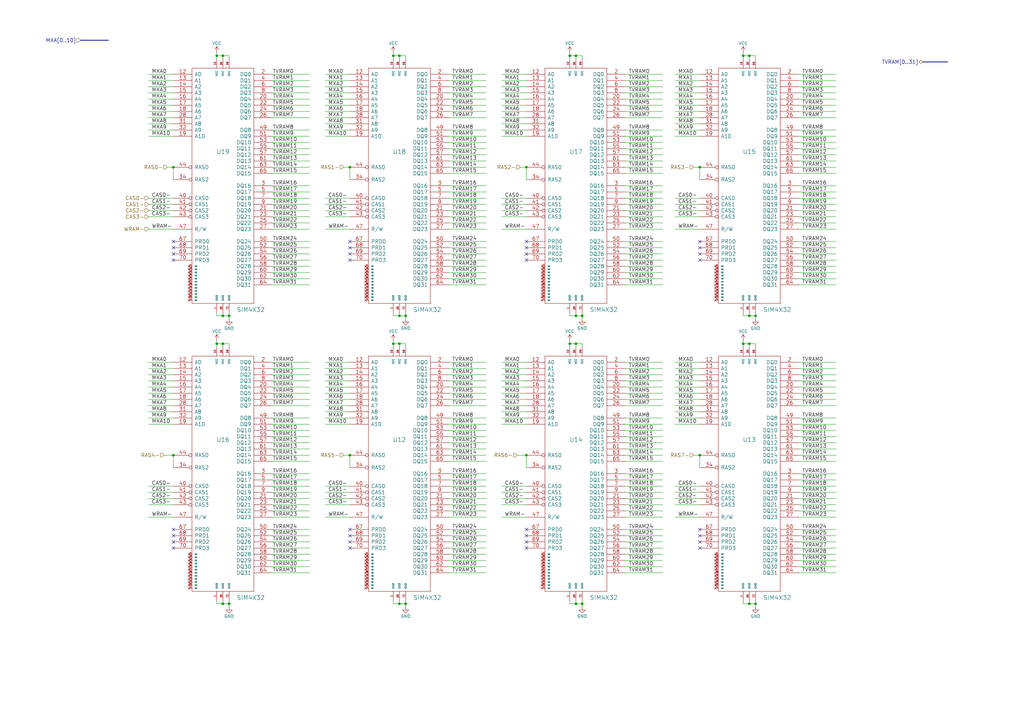
<source format=kicad_sch>
(kicad_sch (version 20230819) (generator eeschema)
  (paper "A3")
  (title_block (title "Kicad EDA") (date "Sun 22 Mar 2015") (rev "2.0B") (company "Kicad EDA") (comment 1 "Rams Video"))
  (junction (at 307.34 247.65))
  (junction (at 309.88 129.54))
  (junction (at 238.76 247.65))
  (junction (at 287.02 186.69) (diameter 0.9144))
  (junction (at 309.88 247.65))
  (junction (at 307.34 22.86))
  (junction (at 215.9 68.58) (diameter 0.9144))
  (junction (at 93.98 247.65))
  (junction (at 236.22 22.86))
  (junction (at 161.29 140.97))
  (junction (at 88.9 140.97))
  (junction (at 238.76 129.54))
  (junction (at 236.22 129.54))
  (junction (at 93.98 129.54))
  (junction (at 163.83 129.54))
  (junction (at 166.37 247.65))
  (junction (at 307.34 140.97))
  (junction (at 163.83 247.65))
  (junction (at 163.83 22.86))
  (junction (at 143.51 186.69) (diameter 0.9144))
  (junction (at 166.37 129.54))
  (junction (at 304.8 140.97))
  (junction (at 236.22 247.65))
  (junction (at 91.44 129.54))
  (junction (at 91.44 140.97))
  (junction (at 307.34 129.54))
  (junction (at 71.12 186.69) (diameter 0.9144))
  (junction (at 91.44 22.86))
  (junction (at 71.12 68.58) (diameter 0.9144))
  (junction (at 233.68 140.97))
  (junction (at 215.9 186.69) (diameter 0.9144))
  (junction (at 143.51 68.58) (diameter 0.9144))
  (junction (at 163.83 140.97))
  (junction (at 287.02 68.58) (diameter 0.9144))
  (junction (at 304.8 22.86))
  (junction (at 236.22 140.97))
  (junction (at 91.44 247.65))
  (junction (at 233.68 22.86))
  (junction (at 161.29 22.86))
  (junction (at 88.9 22.86))
  (no_connect (at 215.9 222.25))
  (no_connect (at 287.02 217.17))
  (no_connect (at 71.12 222.25))
  (no_connect (at 143.51 217.17))
  (no_connect (at 143.51 106.68))
  (no_connect (at 143.51 224.79))
  (no_connect (at 71.12 106.68))
  (no_connect (at 287.02 219.71))
  (no_connect (at 215.9 224.79))
  (no_connect (at 215.9 101.6))
  (no_connect (at 215.9 104.14))
  (no_connect (at 143.51 219.71))
  (no_connect (at 287.02 104.14))
  (no_connect (at 215.9 99.06))
  (no_connect (at 287.02 101.6))
  (no_connect (at 71.12 101.6))
  (no_connect (at 71.12 99.06))
  (no_connect (at 143.51 222.25))
  (no_connect (at 71.12 219.71))
  (no_connect (at 71.12 104.14))
  (no_connect (at 215.9 219.71))
  (no_connect (at 143.51 101.6))
  (no_connect (at 215.9 106.68))
  (no_connect (at 71.12 224.79))
  (no_connect (at 287.02 106.68))
  (no_connect (at 287.02 99.06))
  (no_connect (at 143.51 99.06))
  (no_connect (at 287.02 222.25))
  (no_connect (at 215.9 217.17))
  (no_connect (at 143.51 104.14))
  (no_connect (at 287.02 224.79))
  (no_connect (at 71.12 217.17))
  (wire (pts (xy 309.88 140.97) (xy 307.34 140.97)))
  (wire (pts (xy 71.12 81.28) (xy 60.96 81.28)))
  (wire (pts (xy 238.76 22.86) (xy 236.22 22.86)))
  (wire (pts (xy 93.98 24.13) (xy 93.98 22.86)))
  (wire (pts (xy 111.76 83.82) (xy 127 83.82)))
  (wire (pts (xy 256.54 109.22) (xy 271.78 109.22)))
  (wire (pts (xy 327.66 222.25) (xy 342.9 222.25)))
  (wire (pts (xy 184.15 99.06) (xy 199.39 99.06)))
  (wire (pts (xy 184.15 176.53) (xy 199.39 176.53)))
  (wire (pts (xy 327.66 60.96) (xy 342.9 60.96)))
  (wire (pts (xy 184.15 229.87) (xy 199.39 229.87)))
  (wire (pts (xy 88.9 22.86) (xy 88.9 24.13)))
  (wire (pts (xy 327.66 217.17) (xy 342.9 217.17)))
  (wire (pts (xy 256.54 93.98) (xy 271.78 93.98)))
  (wire (pts (xy 327.66 99.06) (xy 342.9 99.06)))
  (wire (pts (xy 111.76 153.67) (xy 127 153.67)))
  (wire (pts (xy 111.76 229.87) (xy 127 229.87)))
  (wire (pts (xy 233.68 140.97) (xy 233.68 142.24)))
  (wire (pts (xy 327.66 38.1) (xy 342.9 38.1)))
  (wire (pts (xy 111.76 186.69) (xy 127 186.69)))
  (wire (pts (xy 71.12 48.26) (xy 60.96 48.26)))
  (wire (pts (xy 71.12 83.82) (xy 60.96 83.82)))
  (wire (pts (xy 215.9 33.02) (xy 205.74 33.02)))
  (wire (pts (xy 327.66 158.75) (xy 342.9 158.75)))
  (wire (pts (xy 184.15 33.02) (xy 199.39 33.02)))
  (wire (pts (xy 111.76 43.18) (xy 127 43.18)))
  (wire (pts (xy 215.9 53.34) (xy 205.74 53.34)))
  (wire (pts (xy 71.12 38.1) (xy 60.96 38.1)))
  (wire (pts (xy 71.12 212.09) (xy 60.96 212.09)))
  (wire (pts (xy 184.15 156.21) (xy 199.39 156.21)))
  (wire (pts (xy 184.15 76.2) (xy 199.39 76.2)))
  (wire (pts (xy 256.54 196.85) (xy 271.78 196.85)))
  (wire (pts (xy 71.12 163.83) (xy 60.96 163.83)))
  (wire (pts (xy 111.76 111.76) (xy 127 111.76)))
  (wire (pts (xy 166.37 130.81) (xy 166.37 129.54)))
  (wire (pts (xy 71.12 50.8) (xy 60.96 50.8)))
  (wire (pts (xy 71.12 171.45) (xy 60.96 171.45)))
  (wire (pts (xy 143.51 161.29) (xy 133.35 161.29)))
  (wire (pts (xy 111.76 53.34) (xy 127 53.34)))
  (wire (pts (xy 256.54 171.45) (xy 271.78 171.45)))
  (wire (pts (xy 161.29 22.86) (xy 161.29 24.13)))
  (wire (pts (xy 111.76 161.29) (xy 127 161.29)))
  (wire (pts (xy 111.76 171.45) (xy 127 171.45)))
  (wire (pts (xy 184.15 48.26) (xy 199.39 48.26)))
  (wire (pts (xy 256.54 227.33) (xy 271.78 227.33)))
  (wire (pts (xy 143.51 45.72) (xy 133.35 45.72)))
  (wire (pts (xy 184.15 40.64) (xy 199.39 40.64)))
  (wire (pts (xy 215.9 30.48) (xy 205.74 30.48)))
  (wire (pts (xy 184.15 101.6) (xy 199.39 101.6)))
  (wire (pts (xy 143.51 166.37) (xy 133.35 166.37)))
  (wire (pts (xy 143.51 212.09) (xy 133.35 212.09)))
  (wire (pts (xy 212.09 186.69) (xy 215.9 186.69)))
  (wire (pts (xy 287.02 163.83) (xy 276.86 163.83)))
  (wire (pts (xy 161.29 246.38) (xy 161.29 247.65)))
  (wire (pts (xy 256.54 55.88) (xy 271.78 55.88)))
  (wire (pts (xy 184.15 45.72) (xy 199.39 45.72)))
  (wire (pts (xy 215.9 166.37) (xy 205.74 166.37)))
  (wire (pts (xy 238.76 130.81) (xy 238.76 129.54)))
  (wire (pts (xy 215.9 81.28) (xy 205.74 81.28)))
  (wire (pts (xy 327.66 151.13) (xy 342.9 151.13)))
  (wire (pts (xy 71.12 33.02) (xy 60.96 33.02)))
  (wire (pts (xy 111.76 48.26) (xy 127 48.26)))
  (wire (pts (xy 68.58 68.58) (xy 71.12 68.58)))
  (wire (pts (xy 140.97 186.69) (xy 143.51 186.69)))
  (wire (pts (xy 327.66 207.01) (xy 342.9 207.01)))
  (wire (pts (xy 111.76 158.75) (xy 127 158.75)))
  (wire (pts (xy 184.15 201.93) (xy 199.39 201.93)))
  (wire (pts (xy 256.54 63.5) (xy 271.78 63.5)))
  (wire (pts (xy 215.9 88.9) (xy 205.74 88.9)))
  (wire (pts (xy 184.15 38.1) (xy 199.39 38.1)))
  (wire (pts (xy 71.12 166.37) (xy 60.96 166.37)))
  (wire (pts (xy 256.54 161.29) (xy 271.78 161.29)))
  (wire (pts (xy 184.15 88.9) (xy 199.39 88.9)))
  (wire (pts (xy 184.15 163.83) (xy 199.39 163.83)))
  (wire (pts (xy 111.76 88.9) (xy 127 88.9)))
  (bus (pts (xy 33.02 16.51) (xy 44.45 16.51)))
  (wire (pts (xy 161.29 247.65) (xy 163.83 247.65)))
  (wire (pts (xy 327.66 171.45) (xy 342.9 171.45)))
  (wire (pts (xy 327.66 93.98) (xy 342.9 93.98)))
  (wire (pts (xy 327.66 88.9) (xy 342.9 88.9)))
  (wire (pts (xy 184.15 212.09) (xy 199.39 212.09)))
  (wire (pts (xy 184.15 224.79) (xy 199.39 224.79)))
  (wire (pts (xy 111.76 204.47) (xy 127 204.47)))
  (wire (pts (xy 91.44 247.65) (xy 91.44 246.38)))
  (wire (pts (xy 163.83 140.97) (xy 163.83 142.24)))
  (wire (pts (xy 215.9 83.82) (xy 205.74 83.82)))
  (wire (pts (xy 93.98 248.92) (xy 93.98 247.65)))
  (wire (pts (xy 327.66 163.83) (xy 342.9 163.83)))
  (wire (pts (xy 256.54 176.53) (xy 271.78 176.53)))
  (wire (pts (xy 238.76 140.97) (xy 236.22 140.97)))
  (wire (pts (xy 184.15 234.95) (xy 199.39 234.95)))
  (wire (pts (xy 307.34 140.97) (xy 304.8 140.97)))
  (wire (pts (xy 163.83 247.65) (xy 163.83 246.38)))
  (wire (pts (xy 327.66 40.64) (xy 342.9 40.64)))
  (wire (pts (xy 256.54 58.42) (xy 271.78 58.42)))
  (wire (pts (xy 184.15 60.96) (xy 199.39 60.96)))
  (wire (pts (xy 184.15 58.42) (xy 199.39 58.42)))
  (wire (pts (xy 143.51 35.56) (xy 133.35 35.56)))
  (wire (pts (xy 307.34 129.54) (xy 309.88 129.54)))
  (wire (pts (xy 111.76 194.31) (xy 127 194.31)))
  (wire (pts (xy 111.76 199.39) (xy 127 199.39)))
  (wire (pts (xy 184.15 114.3) (xy 199.39 114.3)))
  (wire (pts (xy 256.54 35.56) (xy 271.78 35.56)))
  (wire (pts (xy 327.66 229.87) (xy 342.9 229.87)))
  (wire (pts (xy 256.54 53.34) (xy 271.78 53.34)))
  (wire (pts (xy 327.66 153.67) (xy 342.9 153.67)))
  (wire (pts (xy 327.66 212.09) (xy 342.9 212.09)))
  (wire (pts (xy 91.44 22.86) (xy 88.9 22.86)))
  (wire (pts (xy 71.12 86.36) (xy 60.96 86.36)))
  (wire (pts (xy 304.8 21.59) (xy 304.8 22.86)))
  (wire (pts (xy 256.54 234.95) (xy 271.78 234.95)))
  (wire (pts (xy 309.88 142.24) (xy 309.88 140.97)))
  (wire (pts (xy 327.66 43.18) (xy 342.9 43.18)))
  (wire (pts (xy 93.98 142.24) (xy 93.98 140.97)))
  (wire (pts (xy 327.66 204.47) (xy 342.9 204.47)))
  (wire (pts (xy 91.44 140.97) (xy 91.44 142.24)))
  (wire (pts (xy 215.9 50.8) (xy 205.74 50.8)))
  (wire (pts (xy 233.68 246.38) (xy 233.68 247.65)))
  (wire (pts (xy 256.54 166.37) (xy 271.78 166.37)))
  (wire (pts (xy 233.68 139.7) (xy 233.68 140.97)))
  (wire (pts (xy 111.76 93.98) (xy 127 93.98)))
  (wire (pts (xy 143.51 201.93) (xy 133.35 201.93)))
  (wire (pts (xy 236.22 129.54) (xy 236.22 128.27)))
  (wire (pts (xy 111.76 104.14) (xy 127 104.14)))
  (wire (pts (xy 287.02 199.39) (xy 276.86 199.39)))
  (wire (pts (xy 236.22 129.54) (xy 238.76 129.54)))
  (wire (pts (xy 143.51 158.75) (xy 133.35 158.75)))
  (wire (pts (xy 287.02 168.91) (xy 276.86 168.91)))
  (wire (pts (xy 287.02 212.09) (xy 276.86 212.09)))
  (wire (pts (xy 143.51 68.58) (xy 143.51 73.66)))
  (wire (pts (xy 184.15 63.5) (xy 199.39 63.5)))
  (wire (pts (xy 143.51 156.21) (xy 133.35 156.21)))
  (wire (pts (xy 111.76 224.79) (xy 127 224.79)))
  (wire (pts (xy 111.76 201.93) (xy 127 201.93)))
  (wire (pts (xy 111.76 81.28) (xy 127 81.28)))
  (wire (pts (xy 287.02 43.18) (xy 276.86 43.18)))
  (wire (pts (xy 287.02 68.58) (xy 287.02 73.66)))
  (wire (pts (xy 143.51 151.13) (xy 133.35 151.13)))
  (wire (pts (xy 163.83 22.86) (xy 163.83 24.13)))
  (wire (pts (xy 238.76 142.24) (xy 238.76 140.97)))
  (wire (pts (xy 256.54 156.21) (xy 271.78 156.21)))
  (wire (pts (xy 143.51 48.26) (xy 133.35 48.26)))
  (wire (pts (xy 184.15 199.39) (xy 199.39 199.39)))
  (wire (pts (xy 256.54 163.83) (xy 271.78 163.83)))
  (wire (pts (xy 111.76 38.1) (xy 127 38.1)))
  (wire (pts (xy 184.15 93.98) (xy 199.39 93.98)))
  (wire (pts (xy 184.15 81.28) (xy 199.39 81.28)))
  (wire (pts (xy 111.76 109.22) (xy 127 109.22)))
  (wire (pts (xy 256.54 81.28) (xy 271.78 81.28)))
  (wire (pts (xy 256.54 184.15) (xy 271.78 184.15)))
  (wire (pts (xy 327.66 111.76) (xy 342.9 111.76)))
  (wire (pts (xy 111.76 68.58) (xy 127 68.58)))
  (wire (pts (xy 88.9 246.38) (xy 88.9 247.65)))
  (wire (pts (xy 215.9 153.67) (xy 205.74 153.67)))
  (wire (pts (xy 88.9 139.7) (xy 88.9 140.97)))
  (wire (pts (xy 143.51 81.28) (xy 133.35 81.28)))
  (wire (pts (xy 71.12 151.13) (xy 60.96 151.13)))
  (wire (pts (xy 111.76 232.41) (xy 127 232.41)))
  (wire (pts (xy 93.98 130.81) (xy 93.98 129.54)))
  (wire (pts (xy 236.22 140.97) (xy 236.22 142.24)))
  (wire (pts (xy 161.29 129.54) (xy 163.83 129.54)))
  (wire (pts (xy 184.15 171.45) (xy 199.39 171.45)))
  (wire (pts (xy 184.15 166.37) (xy 199.39 166.37)))
  (wire (pts (xy 71.12 43.18) (xy 60.96 43.18)))
  (wire (pts (xy 71.12 93.98) (xy 60.96 93.98)))
  (wire (pts (xy 71.12 199.39) (xy 60.96 199.39)))
  (wire (pts (xy 309.88 130.81) (xy 309.88 129.54)))
  (wire (pts (xy 215.9 86.36) (xy 205.74 86.36)))
  (wire (pts (xy 143.51 55.88) (xy 133.35 55.88)))
  (wire (pts (xy 327.66 234.95) (xy 342.9 234.95)))
  (wire (pts (xy 215.9 171.45) (xy 205.74 171.45)))
  (wire (pts (xy 256.54 219.71) (xy 271.78 219.71)))
  (wire (pts (xy 161.29 139.7) (xy 161.29 140.97)))
  (wire (pts (xy 256.54 173.99) (xy 271.78 173.99)))
  (wire (pts (xy 184.15 35.56) (xy 199.39 35.56)))
  (wire (pts (xy 143.51 40.64) (xy 133.35 40.64)))
  (wire (pts (xy 143.51 168.91) (xy 133.35 168.91)))
  (wire (pts (xy 88.9 128.27) (xy 88.9 129.54)))
  (wire (pts (xy 184.15 219.71) (xy 199.39 219.71)))
  (wire (pts (xy 309.88 247.65) (xy 309.88 246.38)))
  (wire (pts (xy 236.22 247.65) (xy 238.76 247.65)))
  (wire (pts (xy 284.48 68.58) (xy 287.02 68.58)))
  (wire (pts (xy 236.22 22.86) (xy 236.22 24.13)))
  (wire (pts (xy 307.34 129.54) (xy 307.34 128.27)))
  (wire (pts (xy 71.12 53.34) (xy 60.96 53.34)))
  (wire (pts (xy 163.83 247.65) (xy 166.37 247.65)))
  (wire (pts (xy 71.12 156.21) (xy 60.96 156.21)))
  (wire (pts (xy 166.37 248.92) (xy 166.37 247.65)))
  (wire (pts (xy 111.76 156.21) (xy 127 156.21)))
  (wire (pts (xy 287.02 45.72) (xy 276.86 45.72)))
  (wire (pts (xy 236.22 247.65) (xy 236.22 246.38)))
  (wire (pts (xy 256.54 116.84) (xy 271.78 116.84)))
  (wire (pts (xy 111.76 151.13) (xy 127 151.13)))
  (wire (pts (xy 256.54 83.82) (xy 271.78 83.82)))
  (wire (pts (xy 215.9 173.99) (xy 205.74 173.99)))
  (wire (pts (xy 304.8 139.7) (xy 304.8 140.97)))
  (wire (pts (xy 111.76 179.07) (xy 127 179.07)))
  (wire (pts (xy 71.12 30.48) (xy 60.96 30.48)))
  (wire (pts (xy 143.51 38.1) (xy 133.35 38.1)))
  (wire (pts (xy 215.9 35.56) (xy 205.74 35.56)))
  (wire (pts (xy 327.66 66.04) (xy 342.9 66.04)))
  (wire (pts (xy 184.15 68.58) (xy 199.39 68.58)))
  (wire (pts (xy 184.15 151.13) (xy 199.39 151.13)))
  (wire (pts (xy 111.76 78.74) (xy 127 78.74)))
  (wire (pts (xy 111.76 71.12) (xy 127 71.12)))
  (wire (pts (xy 111.76 116.84) (xy 127 116.84)))
  (wire (pts (xy 233.68 247.65) (xy 236.22 247.65)))
  (bus (pts (xy 378.46 25.4) (xy 388.62 25.4)))
  (wire (pts (xy 111.76 222.25) (xy 127 222.25)))
  (wire (pts (xy 161.29 21.59) (xy 161.29 22.86)))
  (wire (pts (xy 71.12 168.91) (xy 60.96 168.91)))
  (wire (pts (xy 111.76 234.95) (xy 127 234.95)))
  (wire (pts (xy 93.98 247.65) (xy 93.98 246.38)))
  (wire (pts (xy 111.76 63.5) (xy 127 63.5)))
  (wire (pts (xy 307.34 140.97) (xy 307.34 142.24)))
  (wire (pts (xy 287.02 158.75) (xy 276.86 158.75)))
  (wire (pts (xy 213.36 68.58) (xy 215.9 68.58)))
  (wire (pts (xy 91.44 129.54) (xy 91.44 128.27)))
  (wire (pts (xy 161.29 140.97) (xy 161.29 142.24)))
  (wire (pts (xy 91.44 22.86) (xy 91.44 24.13)))
  (wire (pts (xy 287.02 186.69) (xy 287.02 191.77)))
  (wire (pts (xy 71.12 55.88) (xy 60.96 55.88)))
  (wire (pts (xy 256.54 76.2) (xy 271.78 76.2)))
  (wire (pts (xy 304.8 128.27) (xy 304.8 129.54)))
  (wire (pts (xy 307.34 247.65) (xy 307.34 246.38)))
  (wire (pts (xy 184.15 86.36) (xy 199.39 86.36)))
  (wire (pts (xy 233.68 129.54) (xy 236.22 129.54)))
  (wire (pts (xy 184.15 189.23) (xy 199.39 189.23)))
  (wire (pts (xy 215.9 201.93) (xy 205.74 201.93)))
  (wire (pts (xy 111.76 60.96) (xy 127 60.96)))
  (wire (pts (xy 256.54 179.07) (xy 271.78 179.07)))
  (wire (pts (xy 184.15 179.07) (xy 199.39 179.07)))
  (wire (pts (xy 327.66 227.33) (xy 342.9 227.33)))
  (wire (pts (xy 215.9 151.13) (xy 205.74 151.13)))
  (wire (pts (xy 256.54 151.13) (xy 271.78 151.13)))
  (wire (pts (xy 184.15 181.61) (xy 199.39 181.61)))
  (wire (pts (xy 287.02 151.13) (xy 276.86 151.13)))
  (wire (pts (xy 256.54 91.44) (xy 271.78 91.44)))
  (wire (pts (xy 184.15 194.31) (xy 199.39 194.31)))
  (wire (pts (xy 184.15 53.34) (xy 199.39 53.34)))
  (wire (pts (xy 93.98 140.97) (xy 91.44 140.97)))
  (wire (pts (xy 215.9 207.01) (xy 205.74 207.01)))
  (wire (pts (xy 111.76 91.44) (xy 127 91.44)))
  (wire (pts (xy 143.51 93.98) (xy 133.35 93.98)))
  (wire (pts (xy 327.66 189.23) (xy 342.9 189.23)))
  (wire (pts (xy 327.66 109.22) (xy 342.9 109.22)))
  (wire (pts (xy 143.51 204.47) (xy 133.35 204.47)))
  (wire (pts (xy 304.8 22.86) (xy 304.8 24.13)))
  (wire (pts (xy 111.76 207.01) (xy 127 207.01)))
  (wire (pts (xy 184.15 186.69) (xy 199.39 186.69)))
  (wire (pts (xy 256.54 99.06) (xy 271.78 99.06)))
  (wire (pts (xy 111.76 196.85) (xy 127 196.85)))
  (wire (pts (xy 256.54 199.39) (xy 271.78 199.39)))
  (wire (pts (xy 215.9 158.75) (xy 205.74 158.75)))
  (wire (pts (xy 71.12 40.64) (xy 60.96 40.64)))
  (wire (pts (xy 215.9 68.58) (xy 215.9 73.66)))
  (wire (pts (xy 256.54 158.75) (xy 271.78 158.75)))
  (wire (pts (xy 71.12 88.9) (xy 60.96 88.9)))
  (wire (pts (xy 256.54 232.41) (xy 271.78 232.41)))
  (wire (pts (xy 166.37 24.13) (xy 166.37 22.86)))
  (wire (pts (xy 256.54 101.6) (xy 271.78 101.6)))
  (wire (pts (xy 111.76 189.23) (xy 127 189.23)))
  (wire (pts (xy 143.51 30.48) (xy 133.35 30.48)))
  (wire (pts (xy 184.15 153.67) (xy 199.39 153.67)))
  (wire (pts (xy 284.48 186.69) (xy 287.02 186.69)))
  (wire (pts (xy 327.66 176.53) (xy 342.9 176.53)))
  (wire (pts (xy 143.51 50.8) (xy 133.35 50.8)))
  (wire (pts (xy 256.54 68.58) (xy 271.78 68.58)))
  (wire (pts (xy 256.54 88.9) (xy 271.78 88.9)))
  (wire (pts (xy 327.66 194.31) (xy 342.9 194.31)))
  (wire (pts (xy 256.54 71.12) (xy 271.78 71.12)))
  (wire (pts (xy 309.88 22.86) (xy 307.34 22.86)))
  (wire (pts (xy 256.54 222.25) (xy 271.78 222.25)))
  (wire (pts (xy 184.15 78.74) (xy 199.39 78.74)))
  (wire (pts (xy 166.37 140.97) (xy 163.83 140.97)))
  (wire (pts (xy 287.02 201.93) (xy 276.86 201.93)))
  (wire (pts (xy 256.54 43.18) (xy 271.78 43.18)))
  (wire (pts (xy 184.15 111.76) (xy 199.39 111.76)))
  (wire (pts (xy 256.54 153.67) (xy 271.78 153.67)))
  (wire (pts (xy 327.66 186.69) (xy 342.9 186.69)))
  (wire (pts (xy 327.66 179.07) (xy 342.9 179.07)))
  (wire (pts (xy 215.9 43.18) (xy 205.74 43.18)))
  (wire (pts (xy 88.9 21.59) (xy 88.9 22.86)))
  (wire (pts (xy 91.44 129.54) (xy 93.98 129.54)))
  (wire (pts (xy 215.9 40.64) (xy 205.74 40.64)))
  (wire (pts (xy 111.76 212.09) (xy 127 212.09)))
  (wire (pts (xy 111.76 76.2) (xy 127 76.2)))
  (wire (pts (xy 304.8 129.54) (xy 307.34 129.54)))
  (wire (pts (xy 256.54 66.04) (xy 271.78 66.04)))
  (wire (pts (xy 327.66 201.93) (xy 342.9 201.93)))
  (wire (pts (xy 71.12 201.93) (xy 60.96 201.93)))
  (wire (pts (xy 184.15 43.18) (xy 199.39 43.18)))
  (wire (pts (xy 163.83 129.54) (xy 166.37 129.54)))
  (wire (pts (xy 238.76 24.13) (xy 238.76 22.86)))
  (wire (pts (xy 71.12 148.59) (xy 60.96 148.59)))
  (wire (pts (xy 327.66 83.82) (xy 342.9 83.82)))
  (wire (pts (xy 256.54 48.26) (xy 271.78 48.26)))
  (wire (pts (xy 327.66 156.21) (xy 342.9 156.21)))
  (wire (pts (xy 215.9 45.72) (xy 205.74 45.72)))
  (wire (pts (xy 71.12 35.56) (xy 60.96 35.56)))
  (wire (pts (xy 71.12 207.01) (xy 60.96 207.01)))
  (wire (pts (xy 184.15 109.22) (xy 199.39 109.22)))
  (wire (pts (xy 143.51 88.9) (xy 133.35 88.9)))
  (wire (pts (xy 93.98 22.86) (xy 91.44 22.86)))
  (wire (pts (xy 184.15 55.88) (xy 199.39 55.88)))
  (wire (pts (xy 111.76 181.61) (xy 127 181.61)))
  (wire (pts (xy 143.51 33.02) (xy 133.35 33.02)))
  (wire (pts (xy 184.15 91.44) (xy 199.39 91.44)))
  (wire (pts (xy 215.9 168.91) (xy 205.74 168.91)))
  (wire (pts (xy 287.02 50.8) (xy 276.86 50.8)))
  (wire (pts (xy 327.66 101.6) (xy 342.9 101.6)))
  (wire (pts (xy 327.66 58.42) (xy 342.9 58.42)))
  (wire (pts (xy 307.34 22.86) (xy 307.34 24.13)))
  (wire (pts (xy 256.54 45.72) (xy 271.78 45.72)))
  (wire (pts (xy 93.98 129.54) (xy 93.98 128.27)))
  (wire (pts (xy 287.02 48.26) (xy 276.86 48.26)))
  (wire (pts (xy 287.02 153.67) (xy 276.86 153.67)))
  (wire (pts (xy 111.76 163.83) (xy 127 163.83)))
  (wire (pts (xy 287.02 148.59) (xy 276.86 148.59)))
  (wire (pts (xy 215.9 156.21) (xy 205.74 156.21)))
  (wire (pts (xy 184.15 116.84) (xy 199.39 116.84)))
  (wire (pts (xy 143.51 207.01) (xy 133.35 207.01)))
  (wire (pts (xy 327.66 81.28) (xy 342.9 81.28)))
  (wire (pts (xy 143.51 148.59) (xy 133.35 148.59)))
  (wire (pts (xy 166.37 129.54) (xy 166.37 128.27)))
  (wire (pts (xy 256.54 201.93) (xy 271.78 201.93)))
  (wire (pts (xy 287.02 171.45) (xy 276.86 171.45)))
  (wire (pts (xy 111.76 184.15) (xy 127 184.15)))
  (wire (pts (xy 309.88 248.92) (xy 309.88 247.65)))
  (wire (pts (xy 215.9 204.47) (xy 205.74 204.47)))
  (wire (pts (xy 163.83 140.97) (xy 161.29 140.97)))
  (wire (pts (xy 307.34 247.65) (xy 309.88 247.65)))
  (wire (pts (xy 327.66 181.61) (xy 342.9 181.61)))
  (wire (pts (xy 184.15 232.41) (xy 199.39 232.41)))
  (wire (pts (xy 256.54 186.69) (xy 271.78 186.69)))
  (wire (pts (xy 111.76 106.68) (xy 127 106.68)))
  (wire (pts (xy 327.66 68.58) (xy 342.9 68.58)))
  (wire (pts (xy 256.54 38.1) (xy 271.78 38.1)))
  (wire (pts (xy 184.15 83.82) (xy 199.39 83.82)))
  (wire (pts (xy 215.9 199.39) (xy 205.74 199.39)))
  (wire (pts (xy 215.9 186.69) (xy 215.9 191.77)))
  (wire (pts (xy 184.15 209.55) (xy 199.39 209.55)))
  (wire (pts (xy 184.15 173.99) (xy 199.39 173.99)))
  (wire (pts (xy 184.15 207.01) (xy 199.39 207.01)))
  (wire (pts (xy 256.54 111.76) (xy 271.78 111.76)))
  (wire (pts (xy 111.76 217.17) (xy 127 217.17)))
  (wire (pts (xy 327.66 161.29) (xy 342.9 161.29)))
  (wire (pts (xy 71.12 158.75) (xy 60.96 158.75)))
  (wire (pts (xy 327.66 48.26) (xy 342.9 48.26)))
  (wire (pts (xy 327.66 166.37) (xy 342.9 166.37)))
  (wire (pts (xy 327.66 199.39) (xy 342.9 199.39)))
  (wire (pts (xy 327.66 148.59) (xy 342.9 148.59)))
  (wire (pts (xy 287.02 207.01) (xy 276.86 207.01)))
  (wire (pts (xy 163.83 22.86) (xy 161.29 22.86)))
  (wire (pts (xy 287.02 204.47) (xy 276.86 204.47)))
  (wire (pts (xy 184.15 161.29) (xy 199.39 161.29)))
  (wire (pts (xy 143.51 163.83) (xy 133.35 163.83)))
  (wire (pts (xy 88.9 247.65) (xy 91.44 247.65)))
  (wire (pts (xy 327.66 71.12) (xy 342.9 71.12)))
  (wire (pts (xy 184.15 71.12) (xy 199.39 71.12)))
  (wire (pts (xy 327.66 45.72) (xy 342.9 45.72)))
  (wire (pts (xy 327.66 91.44) (xy 342.9 91.44)))
  (wire (pts (xy 256.54 224.79) (xy 271.78 224.79)))
  (wire (pts (xy 256.54 78.74) (xy 271.78 78.74)))
  (wire (pts (xy 238.76 248.92) (xy 238.76 247.65)))
  (wire (pts (xy 143.51 86.36) (xy 133.35 86.36)))
  (wire (pts (xy 163.83 129.54) (xy 163.83 128.27)))
  (wire (pts (xy 166.37 142.24) (xy 166.37 140.97)))
  (wire (pts (xy 111.76 209.55) (xy 127 209.55)))
  (wire (pts (xy 327.66 116.84) (xy 342.9 116.84)))
  (wire (pts (xy 287.02 83.82) (xy 276.86 83.82)))
  (wire (pts (xy 256.54 181.61) (xy 271.78 181.61)))
  (wire (pts (xy 287.02 156.21) (xy 276.86 156.21)))
  (wire (pts (xy 327.66 106.68) (xy 342.9 106.68)))
  (wire (pts (xy 256.54 60.96) (xy 271.78 60.96)))
  (wire (pts (xy 256.54 189.23) (xy 271.78 189.23)))
  (wire (pts (xy 304.8 246.38) (xy 304.8 247.65)))
  (wire (pts (xy 88.9 129.54) (xy 91.44 129.54)))
  (wire (pts (xy 184.15 196.85) (xy 199.39 196.85)))
  (wire (pts (xy 238.76 247.65) (xy 238.76 246.38)))
  (wire (pts (xy 256.54 104.14) (xy 271.78 104.14)))
  (wire (pts (xy 256.54 212.09) (xy 271.78 212.09)))
  (wire (pts (xy 287.02 35.56) (xy 276.86 35.56)))
  (wire (pts (xy 256.54 106.68) (xy 271.78 106.68)))
  (wire (pts (xy 327.66 184.15) (xy 342.9 184.15)))
  (wire (pts (xy 184.15 106.68) (xy 199.39 106.68)))
  (wire (pts (xy 327.66 232.41) (xy 342.9 232.41)))
  (wire (pts (xy 71.12 204.47) (xy 60.96 204.47)))
  (wire (pts (xy 215.9 161.29) (xy 205.74 161.29)))
  (wire (pts (xy 71.12 173.99) (xy 60.96 173.99)))
  (wire (pts (xy 143.51 43.18) (xy 133.35 43.18)))
  (wire (pts (xy 287.02 40.64) (xy 276.86 40.64)))
  (wire (pts (xy 71.12 186.69) (xy 71.12 191.77)))
  (wire (pts (xy 184.15 184.15) (xy 199.39 184.15)))
  (wire (pts (xy 111.76 99.06) (xy 127 99.06)))
  (wire (pts (xy 309.88 24.13) (xy 309.88 22.86)))
  (wire (pts (xy 143.51 186.69) (xy 143.51 191.77)))
  (wire (pts (xy 184.15 104.14) (xy 199.39 104.14)))
  (wire (pts (xy 215.9 148.59) (xy 205.74 148.59)))
  (wire (pts (xy 111.76 101.6) (xy 127 101.6)))
  (wire (pts (xy 143.51 83.82) (xy 133.35 83.82)))
  (wire (pts (xy 256.54 217.17) (xy 271.78 217.17)))
  (wire (pts (xy 111.76 166.37) (xy 127 166.37)))
  (wire (pts (xy 327.66 219.71) (xy 342.9 219.71)))
  (wire (pts (xy 287.02 166.37) (xy 276.86 166.37)))
  (wire (pts (xy 111.76 86.36) (xy 127 86.36)))
  (wire (pts (xy 238.76 129.54) (xy 238.76 128.27)))
  (wire (pts (xy 71.12 45.72) (xy 60.96 45.72)))
  (wire (pts (xy 143.51 173.99) (xy 133.35 173.99)))
  (wire (pts (xy 184.15 66.04) (xy 199.39 66.04)))
  (wire (pts (xy 71.12 161.29) (xy 60.96 161.29)))
  (wire (pts (xy 327.66 76.2) (xy 342.9 76.2)))
  (wire (pts (xy 111.76 176.53) (xy 127 176.53)))
  (wire (pts (xy 287.02 30.48) (xy 276.86 30.48)))
  (wire (pts (xy 215.9 48.26) (xy 205.74 48.26)))
  (wire (pts (xy 327.66 104.14) (xy 342.9 104.14)))
  (wire (pts (xy 327.66 53.34) (xy 342.9 53.34)))
  (wire (pts (xy 287.02 88.9) (xy 276.86 88.9)))
  (wire (pts (xy 327.66 55.88) (xy 342.9 55.88)))
  (wire (pts (xy 287.02 86.36) (xy 276.86 86.36)))
  (wire (pts (xy 287.02 53.34) (xy 276.86 53.34)))
  (wire (pts (xy 184.15 30.48) (xy 199.39 30.48)))
  (wire (pts (xy 236.22 140.97) (xy 233.68 140.97)))
  (wire (pts (xy 111.76 148.59) (xy 127 148.59)))
  (wire (pts (xy 304.8 247.65) (xy 307.34 247.65)))
  (wire (pts (xy 287.02 161.29) (xy 276.86 161.29)))
  (wire (pts (xy 143.51 171.45) (xy 133.35 171.45)))
  (wire (pts (xy 304.8 140.97) (xy 304.8 142.24)))
  (wire (pts (xy 111.76 114.3) (xy 127 114.3)))
  (wire (pts (xy 143.51 153.67) (xy 133.35 153.67)))
  (wire (pts (xy 184.15 217.17) (xy 199.39 217.17)))
  (wire (pts (xy 256.54 207.01) (xy 271.78 207.01)))
  (wire (pts (xy 256.54 33.02) (xy 271.78 33.02)))
  (wire (pts (xy 327.66 196.85) (xy 342.9 196.85)))
  (wire (pts (xy 327.66 209.55) (xy 342.9 209.55)))
  (wire (pts (xy 91.44 247.65) (xy 93.98 247.65)))
  (wire (pts (xy 111.76 40.64) (xy 127 40.64)))
  (wire (pts (xy 287.02 173.99) (xy 276.86 173.99)))
  (wire (pts (xy 111.76 219.71) (xy 127 219.71)))
  (wire (pts (xy 215.9 38.1) (xy 205.74 38.1)))
  (wire (pts (xy 184.15 222.25) (xy 199.39 222.25)))
  (wire (pts (xy 327.66 173.99) (xy 342.9 173.99)))
  (wire (pts (xy 327.66 35.56) (xy 342.9 35.56)))
  (wire (pts (xy 161.29 128.27) (xy 161.29 129.54)))
  (wire (pts (xy 111.76 35.56) (xy 127 35.56)))
  (wire (pts (xy 215.9 212.09) (xy 205.74 212.09)))
  (wire (pts (xy 236.22 22.86) (xy 233.68 22.86)))
  (wire (pts (xy 287.02 33.02) (xy 276.86 33.02)))
  (wire (pts (xy 256.54 194.31) (xy 271.78 194.31)))
  (wire (pts (xy 256.54 229.87) (xy 271.78 229.87)))
  (wire (pts (xy 309.88 129.54) (xy 309.88 128.27)))
  (wire (pts (xy 184.15 148.59) (xy 199.39 148.59)))
  (wire (pts (xy 256.54 30.48) (xy 271.78 30.48)))
  (wire (pts (xy 143.51 53.34) (xy 133.35 53.34)))
  (wire (pts (xy 71.12 153.67) (xy 60.96 153.67)))
  (wire (pts (xy 287.02 81.28) (xy 276.86 81.28)))
  (wire (pts (xy 233.68 128.27) (xy 233.68 129.54)))
  (wire (pts (xy 71.12 68.58) (xy 71.12 73.66)))
  (wire (pts (xy 166.37 247.65) (xy 166.37 246.38)))
  (wire (pts (xy 88.9 140.97) (xy 88.9 142.24)))
  (wire (pts (xy 327.66 63.5) (xy 342.9 63.5)))
  (wire (pts (xy 256.54 40.64) (xy 271.78 40.64)))
  (wire (pts (xy 256.54 114.3) (xy 271.78 114.3)))
  (wire (pts (xy 143.51 199.39) (xy 133.35 199.39)))
  (wire (pts (xy 327.66 33.02) (xy 342.9 33.02)))
  (wire (pts (xy 91.44 140.97) (xy 88.9 140.97)))
  (wire (pts (xy 111.76 55.88) (xy 127 55.88)))
  (wire (pts (xy 327.66 224.79) (xy 342.9 224.79)))
  (wire (pts (xy 111.76 173.99) (xy 127 173.99)))
  (wire (pts (xy 111.76 33.02) (xy 127 33.02)))
  (wire (pts (xy 166.37 22.86) (xy 163.83 22.86)))
  (wire (pts (xy 233.68 22.86) (xy 233.68 24.13)))
  (wire (pts (xy 287.02 55.88) (xy 276.86 55.88)))
  (wire (pts (xy 307.34 22.86) (xy 304.8 22.86)))
  (wire (pts (xy 256.54 86.36) (xy 271.78 86.36)))
  (wire (pts (xy 256.54 209.55) (xy 271.78 209.55)))
  (wire (pts (xy 140.97 68.58) (xy 143.51 68.58)))
  (wire (pts (xy 233.68 21.59) (xy 233.68 22.86)))
  (wire (pts (xy 184.15 227.33) (xy 199.39 227.33)))
  (wire (pts (xy 184.15 204.47) (xy 199.39 204.47)))
  (wire (pts (xy 256.54 148.59) (xy 271.78 148.59)))
  (wire (pts (xy 111.76 227.33) (xy 127 227.33)))
  (wire (pts (xy 215.9 163.83) (xy 205.74 163.83)))
  (wire (pts (xy 215.9 55.88) (xy 205.74 55.88)))
  (wire (pts (xy 111.76 30.48) (xy 127 30.48)))
  (wire (pts (xy 184.15 158.75) (xy 199.39 158.75)))
  (wire (pts (xy 111.76 58.42) (xy 127 58.42)))
  (wire (pts (xy 327.66 86.36) (xy 342.9 86.36)))
  (wire (pts (xy 287.02 93.98) (xy 276.86 93.98)))
  (wire (pts (xy 327.66 78.74) (xy 342.9 78.74)))
  (wire (pts (xy 111.76 66.04) (xy 127 66.04)))
  (wire (pts (xy 327.66 30.48) (xy 342.9 30.48)))
  (wire (pts (xy 67.31 186.69) (xy 71.12 186.69)))
  (wire (pts (xy 215.9 93.98) (xy 205.74 93.98)))
  (wire (pts (xy 287.02 38.1) (xy 276.86 38.1)))
  (wire (pts (xy 256.54 204.47) (xy 271.78 204.47)))
  (wire (pts (xy 327.66 114.3) (xy 342.9 114.3)))
  (wire (pts (xy 111.76 45.72) (xy 127 45.72)))
  (label "TVRAM1" (at 111.76 33.02 0) (effects (font (size 1.524 1.524))))
  (label "TVRAM11" (at 185.42 179.07 0) (effects (font (size 1.524 1.524))))
  (label "TVRAM21" (at 328.93 88.9 0) (effects (font (size 1.524 1.524))))
  (label "MXA8" (at 207.01 50.8 0) (effects (font (size 1.524 1.524))))
  (label "TVRAM29" (at 185.42 111.76 0) (effects (font (size 1.524 1.524))))
  (label "MXA8" (at 62.23 50.8 0) (effects (font (size 1.524 1.524))))
  (label "TVRAM16" (at 257.81 194.31 0) (effects (font (size 1.524 1.524))))
  (label "TVRAM23" (at 111.76 212.09 0) (effects (font (size 1.524 1.524))))
  (label "TVRAM0" (at 111.76 30.48 0) (effects (font (size 1.524 1.524))))
  (label "MXA3" (at 62.23 156.21 0) (effects (font (size 1.524 1.524))))
  (label "TVRAM10" (at 328.93 58.42 0) (effects (font (size 1.524 1.524))))
  (label "MXA4" (at 278.13 40.64 0) (effects (font (size 1.524 1.524))))
  (label "TVRAM25" (at 111.76 101.6 0) (effects (font (size 1.524 1.524))))
  (label "TVRAM4" (at 328.93 40.64 0) (effects (font (size 1.524 1.524))))
  (label "CAS1-" (at 62.23 83.82 0) (effects (font (size 1.524 1.524))))
  (label "TVRAM6" (at 185.42 163.83 0) (effects (font (size 1.524 1.524))))
  (label "TVRAM27" (at 111.76 106.68 0) (effects (font (size 1.524 1.524))))
  (label "TVRAM8" (at 111.76 171.45 0) (effects (font (size 1.524 1.524))))
  (label "MXA10" (at 62.23 173.99 0) (effects (font (size 1.524 1.524))))
  (label "MXA5" (at 207.01 161.29 0) (effects (font (size 1.524 1.524))))
  (label "WRAM-" (at 278.13 93.98 0) (effects (font (size 1.524 1.524))))
  (label "TVRAM10" (at 111.76 58.42 0) (effects (font (size 1.524 1.524))))
  (label "TVRAM6" (at 328.93 45.72 0) (effects (font (size 1.524 1.524))))
  (label "TVRAM29" (at 257.81 229.87 0) (effects (font (size 1.524 1.524))))
  (label "TVRAM9" (at 185.42 55.88 0) (effects (font (size 1.524 1.524))))
  (label "TVRAM17" (at 111.76 196.85 0) (effects (font (size 1.524 1.524))))
  (label "MXA3" (at 207.01 156.21 0) (effects (font (size 1.524 1.524))))
  (label "CAS3-" (at 62.23 207.01 0) (effects (font (size 1.524 1.524))))
  (label "TVRAM22" (at 111.76 91.44 0) (effects (font (size 1.524 1.524))))
  (label "TVRAM29" (at 111.76 111.76 0) (effects (font (size 1.524 1.524))))
  (label "TVRAM13" (at 185.42 66.04 0) (effects (font (size 1.524 1.524))))
  (label "CAS2-" (at 207.01 204.47 0) (effects (font (size 1.524 1.524))))
  (label "TVRAM11" (at 328.93 60.96 0) (effects (font (size 1.524 1.524))))
  (label "MXA2" (at 207.01 35.56 0) (effects (font (size 1.524 1.524))))
  (label "MXA6" (at 134.62 163.83 0) (effects (font (size 1.524 1.524))))
  (label "TVRAM24" (at 257.81 217.17 0) (effects (font (size 1.524 1.524))))
  (label "CAS2-" (at 134.62 86.36 0) (effects (font (size 1.524 1.524))))
  (label "TVRAM28" (at 111.76 227.33 0) (effects (font (size 1.524 1.524))))
  (label "TVRAM0" (at 111.76 148.59 0) (effects (font (size 1.524 1.524))))
  (label "TVRAM7" (at 111.76 48.26 0) (effects (font (size 1.524 1.524))))
  (label "TVRAM11" (at 111.76 179.07 0) (effects (font (size 1.524 1.524))))
  (label "TVRAM7" (at 328.93 48.26 0) (effects (font (size 1.524 1.524))))
  (label "MXA4" (at 134.62 40.64 0) (effects (font (size 1.524 1.524))))
  (label "TVRAM27" (at 257.81 224.79 0) (effects (font (size 1.524 1.524))))
  (label "TVRAM9" (at 185.42 173.99 0) (effects (font (size 1.524 1.524))))
  (label "TVRAM28" (at 257.81 109.22 0) (effects (font (size 1.524 1.524))))
  (label "MXA7" (at 278.13 48.26 0) (effects (font (size 1.524 1.524))))
  (label "TVRAM13" (at 257.81 184.15 0) (effects (font (size 1.524 1.524))))
  (label "MXA5" (at 278.13 43.18 0) (effects (font (size 1.524 1.524))))
  (label "TVRAM30" (at 111.76 114.3 0) (effects (font (size 1.524 1.524))))
  (label "CAS0-" (at 62.23 81.28 0) (effects (font (size 1.524 1.524))))
  (label "TVRAM3" (at 257.81 38.1 0) (effects (font (size 1.524 1.524))))
  (label "MXA9" (at 62.23 171.45 0) (effects (font (size 1.524 1.524))))
  (label "TVRAM30" (at 328.93 114.3 0) (effects (font (size 1.524 1.524))))
  (label "TVRAM4" (at 185.42 40.64 0) (effects (font (size 1.524 1.524))))
  (label "TVRAM24" (at 111.76 217.17 0) (effects (font (size 1.524 1.524))))
  (label "WRAM-" (at 134.62 212.09 0) (effects (font (size 1.524 1.524))))
  (label "TVRAM19" (at 185.42 201.93 0) (effects (font (size 1.524 1.524))))
  (label "TVRAM19" (at 328.93 201.93 0) (effects (font (size 1.524 1.524))))
  (label "TVRAM0" (at 185.42 30.48 0) (effects (font (size 1.524 1.524))))
  (label "TVRAM22" (at 257.81 209.55 0) (effects (font (size 1.524 1.524))))
  (label "TVRAM3" (at 111.76 38.1 0) (effects (font (size 1.524 1.524))))
  (label "MXA7" (at 207.01 48.26 0) (effects (font (size 1.524 1.524))))
  (label "TVRAM17" (at 257.81 196.85 0) (effects (font (size 1.524 1.524))))
  (label "CAS2-" (at 207.01 86.36 0) (effects (font (size 1.524 1.524))))
  (label "TVRAM3" (at 111.76 156.21 0) (effects (font (size 1.524 1.524))))
  (label "MXA7" (at 134.62 48.26 0) (effects (font (size 1.524 1.524))))
  (label "TVRAM17" (at 185.42 78.74 0) (effects (font (size 1.524 1.524))))
  (label "MXA10" (at 62.23 55.88 0) (effects (font (size 1.524 1.524))))
  (label "TVRAM14" (at 328.93 68.58 0) (effects (font (size 1.524 1.524))))
  (label "TVRAM20" (at 328.93 86.36 0) (effects (font (size 1.524 1.524))))
  (label "TVRAM9" (at 111.76 55.88 0) (effects (font (size 1.524 1.524))))
  (label "TVRAM4" (at 111.76 40.64 0) (effects (font (size 1.524 1.524))))
  (label "TVRAM22" (at 328.93 91.44 0) (effects (font (size 1.524 1.524))))
  (label "TVRAM26" (at 328.93 222.25 0) (effects (font (size 1.524 1.524))))
  (label "TVRAM8" (at 185.42 171.45 0) (effects (font (size 1.524 1.524))))
  (label "MXA6" (at 62.23 45.72 0) (effects (font (size 1.524 1.524))))
  (label "TVRAM7" (at 257.81 166.37 0) (effects (font (size 1.524 1.524))))
  (label "TVRAM9" (at 328.93 55.88 0) (effects (font (size 1.524 1.524))))
  (label "TVRAM21" (at 257.81 88.9 0) (effects (font (size 1.524 1.524))))
  (label "MXA8" (at 278.13 50.8 0) (effects (font (size 1.524 1.524))))
  (label "TVRAM3" (at 328.93 38.1 0) (effects (font (size 1.524 1.524))))
  (label "MXA10" (at 134.62 55.88 0) (effects (font (size 1.524 1.524))))
  (label "MXA1" (at 278.13 33.02 0) (effects (font (size 1.524 1.524))))
  (label "TVRAM18" (at 257.81 81.28 0) (effects (font (size 1.524 1.524))))
  (label "TVRAM27" (at 111.76 224.79 0) (effects (font (size 1.524 1.524))))
  (label "TVRAM26" (at 328.93 104.14 0) (effects (font (size 1.524 1.524))))
  (label "TVRAM11" (at 257.81 179.07 0) (effects (font (size 1.524 1.524))))
  (label "TVRAM7" (at 185.42 166.37 0) (effects (font (size 1.524 1.524))))
  (label "TVRAM17" (at 328.93 196.85 0) (effects (font (size 1.524 1.524))))
  (label "TVRAM30" (at 185.42 114.3 0) (effects (font (size 1.524 1.524))))
  (label "TVRAM6" (at 111.76 163.83 0) (effects (font (size 1.524 1.524))))
  (label "TVRAM8" (at 328.93 53.34 0) (effects (font (size 1.524 1.524))))
  (label "TVRAM28" (at 328.93 109.22 0) (effects (font (size 1.524 1.524))))
  (label "TVRAM19" (at 185.42 83.82 0) (effects (font (size 1.524 1.524))))
  (label "TVRAM0" (at 328.93 148.59 0) (effects (font (size 1.524 1.524))))
  (label "TVRAM15" (at 257.81 189.23 0) (effects (font (size 1.524 1.524))))
  (label "TVRAM3" (at 185.42 156.21 0) (effects (font (size 1.524 1.524))))
  (label "MXA6" (at 207.01 163.83 0) (effects (font (size 1.524 1.524))))
  (label "TVRAM1" (at 185.42 151.13 0) (effects (font (size 1.524 1.524))))
  (label "TVRAM22" (at 111.76 209.55 0) (effects (font (size 1.524 1.524))))
  (label "MXA6" (at 134.62 45.72 0) (effects (font (size 1.524 1.524))))
  (label "TVRAM16" (at 328.93 76.2 0) (effects (font (size 1.524 1.524))))
  (label "TVRAM15" (at 328.93 189.23 0) (effects (font (size 1.524 1.524))))
  (label "TVRAM17" (at 257.81 78.74 0) (effects (font (size 1.524 1.524))))
  (label "TVRAM5" (at 111.76 43.18 0) (effects (font (size 1.524 1.524))))
  (label "CAS1-" (at 278.13 201.93 0) (effects (font (size 1.524 1.524))))
  (label "TVRAM6" (at 328.93 163.83 0) (effects (font (size 1.524 1.524))))
  (label "TVRAM7" (at 111.76 166.37 0) (effects (font (size 1.524 1.524))))
  (label "TVRAM18" (at 111.76 81.28 0) (effects (font (size 1.524 1.524))))
  (label "TVRAM14" (at 111.76 68.58 0) (effects (font (size 1.524 1.524))))
  (label "TVRAM19" (at 257.81 201.93 0) (effects (font (size 1.524 1.524))))
  (label "CAS1-" (at 134.62 83.82 0) (effects (font (size 1.524 1.524))))
  (label "TVRAM23" (at 185.42 93.98 0) (effects (font (size 1.524 1.524))))
  (label "MXA7" (at 207.01 166.37 0) (effects (font (size 1.524 1.524))))
  (label "TVRAM26" (at 185.42 104.14 0) (effects (font (size 1.524 1.524))))
  (label "MXA7" (at 134.62 166.37 0) (effects (font (size 1.524 1.524))))
  (label "MXA8" (at 278.13 168.91 0) (effects (font (size 1.524 1.524))))
  (label "CAS0-" (at 278.13 81.28 0) (effects (font (size 1.524 1.524))))
  (label "TVRAM31" (at 257.81 234.95 0) (effects (font (size 1.524 1.524))))
  (label "MXA9" (at 278.13 171.45 0) (effects (font (size 1.524 1.524))))
  (label "TVRAM0" (at 185.42 148.59 0) (effects (font (size 1.524 1.524))))
  (label "CAS3-" (at 62.23 88.9 0) (effects (font (size 1.524 1.524))))
  (label "TVRAM15" (at 328.93 71.12 0) (effects (font (size 1.524 1.524))))
  (label "TVRAM22" (at 257.81 91.44 0) (effects (font (size 1.524 1.524))))
  (label "TVRAM23" (at 328.93 212.09 0) (effects (font (size 1.524 1.524))))
  (label "TVRAM31" (at 185.42 234.95 0) (effects (font (size 1.524 1.524))))
  (label "TVRAM16" (at 111.76 194.31 0) (effects (font (size 1.524 1.524))))
  (label "CAS1-" (at 134.62 201.93 0) (effects (font (size 1.524 1.524))))
  (label "TVRAM18" (at 328.93 81.28 0) (effects (font (size 1.524 1.524))))
  (label "TVRAM18" (at 185.42 199.39 0) (effects (font (size 1.524 1.524))))
  (label "TVRAM4" (at 257.81 40.64 0) (effects (font (size 1.524 1.524))))
  (label "TVRAM13" (at 185.42 184.15 0) (effects (font (size 1.524 1.524))))
  (label "TVRAM1" (at 185.42 33.02 0) (effects (font (size 1.524 1.524))))
  (label "TVRAM22" (at 185.42 91.44 0) (effects (font (size 1.524 1.524))))
  (label "TVRAM16" (at 185.42 194.31 0) (effects (font (size 1.524 1.524))))
  (label "MXA0" (at 278.13 148.59 0) (effects (font (size 1.524 1.524))))
  (label "TVRAM14" (at 257.81 68.58 0) (effects (font (size 1.524 1.524))))
  (label "MXA0" (at 207.01 30.48 0) (effects (font (size 1.524 1.524))))
  (label "MXA9" (at 134.62 53.34 0) (effects (font (size 1.524 1.524))))
  (label "TVRAM27" (at 185.42 224.79 0) (effects (font (size 1.524 1.524))))
  (label "TVRAM13" (at 257.81 66.04 0) (effects (font (size 1.524 1.524))))
  (label "WRAM-" (at 207.01 212.09 0) (effects (font (size 1.524 1.524))))
  (label "TVRAM18" (at 111.76 199.39 0) (effects (font (size 1.524 1.524))))
  (label "TVRAM28" (at 185.42 109.22 0) (effects (font (size 1.524 1.524))))
  (label "TVRAM22" (at 185.42 209.55 0) (effects (font (size 1.524 1.524))))
  (label "TVRAM26" (at 111.76 222.25 0) (effects (font (size 1.524 1.524))))
  (label "TVRAM21" (at 111.76 207.01 0) (effects (font (size 1.524 1.524))))
  (label "MXA1" (at 134.62 151.13 0) (effects (font (size 1.524 1.524))))
  (label "WRAM-" (at 278.13 212.09 0) (effects (font (size 1.524 1.524))))
  (label "CAS0-" (at 62.23 199.39 0) (effects (font (size 1.524 1.524))))
  (label "TVRAM26" (at 257.81 104.14 0) (effects (font (size 1.524 1.524))))
  (label "CAS1-" (at 207.01 83.82 0) (effects (font (size 1.524 1.524))))
  (label "TVRAM6" (at 111.76 45.72 0) (effects (font (size 1.524 1.524))))
  (label "MXA5" (at 62.23 161.29 0) (effects (font (size 1.524 1.524))))
  (label "MXA4" (at 207.01 40.64 0) (effects (font (size 1.524 1.524))))
  (label "TVRAM27" (at 185.42 106.68 0) (effects (font (size 1.524 1.524))))
  (label "TVRAM2" (at 328.93 35.56 0) (effects (font (size 1.524 1.524))))
  (label "TVRAM25" (at 257.81 101.6 0) (effects (font (size 1.524 1.524))))
  (label "TVRAM7" (at 185.42 48.26 0) (effects (font (size 1.524 1.524))))
  (label "MXA0" (at 134.62 148.59 0) (effects (font (size 1.524 1.524))))
  (label "TVRAM21" (at 111.76 88.9 0) (effects (font (size 1.524 1.524))))
  (label "MXA0" (at 207.01 148.59 0) (effects (font (size 1.524 1.524))))
  (label "TVRAM9" (at 111.76 173.99 0) (effects (font (size 1.524 1.524))))
  (label "TVRAM16" (at 257.81 76.2 0) (effects (font (size 1.524 1.524))))
  (label "TVRAM15" (at 185.42 189.23 0) (effects (font (size 1.524 1.524))))
  (label "TVRAM30" (at 257.81 114.3 0) (effects (font (size 1.524 1.524))))
  (label "MXA5" (at 62.23 43.18 0) (effects (font (size 1.524 1.524))))
  (label "MXA2" (at 62.23 35.56 0) (effects (font (size 1.524 1.524))))
  (label "TVRAM24" (at 257.81 99.06 0) (effects (font (size 1.524 1.524))))
  (label "CAS3-" (at 134.62 207.01 0) (effects (font (size 1.524 1.524))))
  (label "TVRAM25" (at 185.42 219.71 0) (effects (font (size 1.524 1.524))))
  (label "TVRAM9" (at 257.81 55.88 0) (effects (font (size 1.524 1.524))))
  (label "MXA10" (at 207.01 173.99 0) (effects (font (size 1.524 1.524))))
  (label "TVRAM13" (at 328.93 66.04 0) (effects (font (size 1.524 1.524))))
  (label "TVRAM9" (at 328.93 173.99 0) (effects (font (size 1.524 1.524))))
  (label "TVRAM5" (at 328.93 161.29 0) (effects (font (size 1.524 1.524))))
  (label "TVRAM22" (at 328.93 209.55 0) (effects (font (size 1.524 1.524))))
  (label "CAS0-" (at 134.62 199.39 0) (effects (font (size 1.524 1.524))))
  (label "TVRAM11" (at 185.42 60.96 0) (effects (font (size 1.524 1.524))))
  (label "MXA6" (at 278.13 163.83 0) (effects (font (size 1.524 1.524))))
  (label "MXA3" (at 278.13 38.1 0) (effects (font (size 1.524 1.524))))
  (label "TVRAM30" (at 328.93 232.41 0) (effects (font (size 1.524 1.524))))
  (label "TVRAM25" (at 257.81 219.71 0) (effects (font (size 1.524 1.524))))
  (label "TVRAM27" (at 257.81 106.68 0) (effects (font (size 1.524 1.524))))
  (label "TVRAM16" (at 185.42 76.2 0) (effects (font (size 1.524 1.524))))
  (label "TVRAM4" (at 257.81 158.75 0) (effects (font (size 1.524 1.524))))
  (label "MXA2" (at 134.62 153.67 0) (effects (font (size 1.524 1.524))))
  (label "TVRAM7" (at 328.93 166.37 0) (effects (font (size 1.524 1.524))))
  (label "TVRAM12" (at 111.76 63.5 0) (effects (font (size 1.524 1.524))))
  (label "MXA9" (at 207.01 171.45 0) (effects (font (size 1.524 1.524))))
  (label "TVRAM2" (at 185.42 35.56 0) (effects (font (size 1.524 1.524))))
  (label "TVRAM14" (at 185.42 186.69 0) (effects (font (size 1.524 1.524))))
  (label "CAS2-" (at 62.23 204.47 0) (effects (font (size 1.524 1.524))))
  (label "TVRAM19" (at 328.93 83.82 0) (effects (font (size 1.524 1.524))))
  (label "MXA0" (at 134.62 30.48 0) (effects (font (size 1.524 1.524))))
  (label "MXA1" (at 62.23 151.13 0) (effects (font (size 1.524 1.524))))
  (label "TVRAM20" (at 111.76 204.47 0) (effects (font (size 1.524 1.524))))
  (label "TVRAM1" (at 328.93 151.13 0) (effects (font (size 1.524 1.524))))
  (label "TVRAM29" (at 111.76 229.87 0) (effects (font (size 1.524 1.524))))
  (label "MXA2" (at 278.13 35.56 0) (effects (font (size 1.524 1.524))))
  (label "TVRAM20" (at 185.42 86.36 0) (effects (font (size 1.524 1.524))))
  (label "TVRAM17" (at 185.42 196.85 0) (effects (font (size 1.524 1.524))))
  (label "TVRAM15" (at 111.76 71.12 0) (effects (font (size 1.524 1.524))))
  (label "MXA10" (at 278.13 173.99 0) (effects (font (size 1.524 1.524))))
  (label "TVRAM19" (at 111.76 83.82 0) (effects (font (size 1.524 1.524))))
  (label "MXA10" (at 134.62 173.99 0) (effects (font (size 1.524 1.524))))
  (label "TVRAM9" (at 257.81 173.99 0) (effects (font (size 1.524 1.524))))
  (label "TVRAM5" (at 257.81 43.18 0) (effects (font (size 1.524 1.524))))
  (label "CAS3-" (at 207.01 207.01 0) (effects (font (size 1.524 1.524))))
  (label "TVRAM1" (at 257.81 33.02 0) (effects (font (size 1.524 1.524))))
  (label "TVRAM21" (at 257.81 207.01 0) (effects (font (size 1.524 1.524))))
  (label "TVRAM8" (at 257.81 171.45 0) (effects (font (size 1.524 1.524))))
  (label "MXA4" (at 278.13 158.75 0) (effects (font (size 1.524 1.524))))
  (label "TVRAM12" (at 257.81 181.61 0) (effects (font (size 1.524 1.524))))
  (label "TVRAM6" (at 257.81 45.72 0) (effects (font (size 1.524 1.524))))
  (label "TVRAM25" (at 328.93 219.71 0) (effects (font (size 1.524 1.524))))
  (label "TVRAM29" (at 185.42 229.87 0) (effects (font (size 1.524 1.524))))
  (label "TVRAM30" (at 185.42 232.41 0) (effects (font (size 1.524 1.524))))
  (label "MXA4" (at 134.62 158.75 0) (effects (font (size 1.524 1.524))))
  (label "TVRAM30" (at 257.81 232.41 0) (effects (font (size 1.524 1.524))))
  (label "TVRAM13" (at 111.76 66.04 0) (effects (font (size 1.524 1.524))))
  (label "TVRAM31" (at 257.81 116.84 0) (effects (font (size 1.524 1.524))))
  (label "TVRAM12" (at 185.42 181.61 0) (effects (font (size 1.524 1.524))))
  (label "MXA6" (at 207.01 45.72 0) (effects (font (size 1.524 1.524))))
  (label "TVRAM15" (at 111.76 189.23 0) (effects (font (size 1.524 1.524))))
  (label "TVRAM5" (at 185.42 161.29 0) (effects (font (size 1.524 1.524))))
  (label "WRAM-" (at 62.23 93.98 0) (effects (font (size 1.524 1.524))))
  (label "TVRAM31" (at 328.93 116.84 0) (effects (font (size 1.524 1.524))))
  (label "MXA5" (at 134.62 161.29 0) (effects (font (size 1.524 1.524))))
  (label "TVRAM2" (at 111.76 35.56 0) (effects (font (size 1.524 1.524))))
  (label "MXA5" (at 134.62 43.18 0) (effects (font (size 1.524 1.524))))
  (label "MXA3" (at 134.62 38.1 0) (effects (font (size 1.524 1.524))))
  (label "TVRAM0" (at 257.81 148.59 0) (effects (font (size 1.524 1.524))))
  (label "TVRAM24" (at 328.93 99.06 0) (effects (font (size 1.524 1.524))))
  (label "TVRAM10" (at 257.81 58.42 0) (effects (font (size 1.524 1.524))))
  (label "TVRAM4" (at 185.42 158.75 0) (effects (font (size 1.524 1.524))))
  (label "MXA3" (at 207.01 38.1 0) (effects (font (size 1.524 1.524))))
  (label "TVRAM25" (at 185.42 101.6 0) (effects (font (size 1.524 1.524))))
  (label "TVRAM20" (at 328.93 204.47 0) (effects (font (size 1.524 1.524))))
  (label "TVRAM28" (at 111.76 109.22 0) (effects (font (size 1.524 1.524))))
  (label "TVRAM23" (at 185.42 212.09 0) (effects (font (size 1.524 1.524))))
  (label "TVRAM28" (at 328.93 227.33 0) (effects (font (size 1.524 1.524))))
  (label "MXA2" (at 207.01 153.67 0) (effects (font (size 1.524 1.524))))
  (label "TVRAM29" (at 328.93 111.76 0) (effects (font (size 1.524 1.524))))
  (label "CAS0-" (at 207.01 199.39 0) (effects (font (size 1.524 1.524))))
  (label "MXA4" (at 62.23 40.64 0) (effects (font (size 1.524 1.524))))
  (label "TVRAM15" (at 185.42 71.12 0) (effects (font (size 1.524 1.524))))
  (label "TVRAM15" (at 257.81 71.12 0) (effects (font (size 1.524 1.524))))
  (label "CAS2-" (at 278.13 86.36 0) (effects (font (size 1.524 1.524))))
  (label "TVRAM17" (at 111.76 78.74 0) (effects (font (size 1.524 1.524))))
  (label "TVRAM2" (at 328.93 153.67 0) (effects (font (size 1.524 1.524))))
  (label "TVRAM18" (at 328.93 199.39 0) (effects (font (size 1.524 1.524))))
  (label "TVRAM5" (at 111.76 161.29 0) (effects (font (size 1.524 1.524))))
  (label "CAS0-" (at 134.62 81.28 0) (effects (font (size 1.524 1.524))))
  (label "MXA8" (at 134.62 168.91 0) (effects (font (size 1.524 1.524))))
  (label "TVRAM16" (at 328.93 194.31 0) (effects (font (size 1.524 1.524))))
  (label "TVRAM0" (at 328.93 30.48 0) (effects (font (size 1.524 1.524))))
  (label "TVRAM24" (at 185.42 217.17 0) (effects (font (size 1.524 1.524))))
  (label "TVRAM4" (at 111.76 158.75 0) (effects (font (size 1.524 1.524))))
  (label "MXA1" (at 207.01 33.02 0) (effects (font (size 1.524 1.524))))
  (label "TVRAM8" (at 328.93 171.45 0) (effects (font (size 1.524 1.524))))
  (label "TVRAM3" (at 185.42 38.1 0) (effects (font (size 1.524 1.524))))
  (label "MXA10" (at 278.13 55.88 0) (effects (font (size 1.524 1.524))))
  (label "TVRAM1" (at 328.93 33.02 0) (effects (font (size 1.524 1.524))))
  (label "TVRAM8" (at 257.81 53.34 0) (effects (font (size 1.524 1.524))))
  (label "MXA8" (at 207.01 168.91 0) (effects (font (size 1.524 1.524))))
  (label "TVRAM24" (at 111.76 99.06 0) (effects (font (size 1.524 1.524))))
  (label "TVRAM30" (at 111.76 232.41 0) (effects (font (size 1.524 1.524))))
  (label "TVRAM12" (at 328.93 63.5 0) (effects (font (size 1.524 1.524))))
  (label "TVRAM31" (at 111.76 116.84 0) (effects (font (size 1.524 1.524))))
  (label "TVRAM10" (at 111.76 176.53 0) (effects (font (size 1.524 1.524))))
  (label "TVRAM21" (at 185.42 88.9 0) (effects (font (size 1.524 1.524))))
  (label "MXA4" (at 207.01 158.75 0) (effects (font (size 1.524 1.524))))
  (label "CAS1-" (at 62.23 201.93 0) (effects (font (size 1.524 1.524))))
  (label "TVRAM14" (at 257.81 186.69 0) (effects (font (size 1.524 1.524))))
  (label "TVRAM12" (at 257.81 63.5 0) (effects (font (size 1.524 1.524))))
  (label "TVRAM28" (at 185.42 227.33 0) (effects (font (size 1.524 1.524))))
  (label "TVRAM8" (at 111.76 53.34 0) (effects (font (size 1.524 1.524))))
  (label "TVRAM28" (at 257.81 227.33 0) (effects (font (size 1.524 1.524))))
  (label "TVRAM20" (at 185.42 204.47 0) (effects (font (size 1.524 1.524))))
  (label "MXA2" (at 134.62 35.56 0) (effects (font (size 1.524 1.524))))
  (label "MXA1" (at 62.23 33.02 0) (effects (font (size 1.524 1.524))))
  (label "TVRAM10" (at 185.42 58.42 0) (effects (font (size 1.524 1.524))))
  (label "TVRAM21" (at 328.93 207.01 0) (effects (font (size 1.524 1.524))))
  (label "TVRAM1" (at 111.76 151.13 0) (effects (font (size 1.524 1.524))))
  (label "CAS0-" (at 207.01 81.28 0) (effects (font (size 1.524 1.524))))
  (label "TVRAM5" (at 328.93 43.18 0) (effects (font (size 1.524 1.524))))
  (label "MXA9" (at 278.13 53.34 0) (effects (font (size 1.524 1.524))))
  (label "MXA4" (at 62.23 158.75 0) (effects (font (size 1.524 1.524))))
  (label "TVRAM14" (at 328.93 186.69 0) (effects (font (size 1.524 1.524))))
  (label "TVRAM25" (at 328.93 101.6 0) (effects (font (size 1.524 1.524))))
  (label "MXA3" (at 62.23 38.1 0) (effects (font (size 1.524 1.524))))
  (label "TVRAM4" (at 328.93 158.75 0) (effects (font (size 1.524 1.524))))
  (label "TVRAM5" (at 257.81 161.29 0) (effects (font (size 1.524 1.524))))
  (label "TVRAM12" (at 185.42 63.5 0) (effects (font (size 1.524 1.524))))
  (label "MXA6" (at 278.13 45.72 0) (effects (font (size 1.524 1.524))))
  (label "TVRAM14" (at 111.76 186.69 0) (effects (font (size 1.524 1.524))))
  (label "MXA7" (at 62.23 48.26 0) (effects (font (size 1.524 1.524))))
  (label "TVRAM27" (at 328.93 106.68 0) (effects (font (size 1.524 1.524))))
  (label "TVRAM16" (at 111.76 76.2 0) (effects (font (size 1.524 1.524))))
  (label "MXA2" (at 278.13 153.67 0) (effects (font (size 1.524 1.524))))
  (label "CAS1-" (at 278.13 83.82 0) (effects (font (size 1.524 1.524))))
  (label "TVRAM6" (at 257.81 163.83 0) (effects (font (size 1.524 1.524))))
  (label "TVRAM18" (at 257.81 199.39 0) (effects (font (size 1.524 1.524))))
  (label "TVRAM2" (at 111.76 153.67 0) (effects (font (size 1.524 1.524))))
  (label "MXA7" (at 278.13 166.37 0) (effects (font (size 1.524 1.524))))
  (label "TVRAM11" (at 111.76 60.96 0) (effects (font (size 1.524 1.524))))
  (label "TVRAM3" (at 257.81 156.21 0) (effects (font (size 1.524 1.524))))
  (label "TVRAM12" (at 328.93 181.61 0) (effects (font (size 1.524 1.524))))
  (label "TVRAM18" (at 185.42 81.28 0) (effects (font (size 1.524 1.524))))
  (label "TVRAM2" (at 257.81 153.67 0) (effects (font (size 1.524 1.524))))
  (label "MXA10" (at 207.01 55.88 0) (effects (font (size 1.524 1.524))))
  (label "TVRAM23" (at 257.81 93.98 0) (effects (font (size 1.524 1.524))))
  (label "MXA0" (at 62.23 30.48 0) (effects (font (size 1.524 1.524))))
  (label "TVRAM10" (at 185.42 176.53 0) (effects (font (size 1.524 1.524))))
  (label "TVRAM21" (at 185.42 207.01 0) (effects (font (size 1.524 1.524))))
  (label "MXA3" (at 134.62 156.21 0) (effects (font (size 1.524 1.524))))
  (label "TVRAM23" (at 257.81 212.09 0) (effects (font (size 1.524 1.524))))
  (label "TVRAM29" (at 257.81 111.76 0) (effects (font (size 1.524 1.524))))
  (label "MXA9" (at 207.01 53.34 0) (effects (font (size 1.524 1.524))))
  (label "CAS2-" (at 62.23 86.36 0) (effects (font (size 1.524 1.524))))
  (label "MXA9" (at 134.62 171.45 0) (effects (font (size 1.524 1.524))))
  (label "TVRAM11" (at 328.93 179.07 0) (effects (font (size 1.524 1.524))))
  (label "MXA1" (at 207.01 151.13 0) (effects (font (size 1.524 1.524))))
  (label "CAS0-" (at 278.13 199.39 0) (effects (font (size 1.524 1.524))))
  (label "MXA0" (at 62.23 148.59 0) (effects (font (size 1.524 1.524))))
  (label "TVRAM0" (at 257.81 30.48 0) (effects (font (size 1.524 1.524))))
  (label "WRAM-" (at 134.62 93.98 0) (effects (font (size 1.524 1.524))))
  (label "TVRAM27" (at 328.93 224.79 0) (effects (font (size 1.524 1.524))))
  (label "TVRAM31" (at 328.93 234.95 0) (effects (font (size 1.524 1.524))))
  (label "TVRAM10" (at 328.93 176.53 0) (effects (font (size 1.524 1.524))))
  (label "TVRAM26" (at 185.42 222.25 0) (effects (font (size 1.524 1.524))))
  (label "TVRAM3" (at 328.93 156.21 0) (effects (font (size 1.524 1.524))))
  (label "TVRAM31" (at 111.76 234.95 0) (effects (font (size 1.524 1.524))))
  (label "TVRAM29" (at 328.93 229.87 0) (effects (font (size 1.524 1.524))))
  (label "TVRAM14" (at 185.42 68.58 0) (effects (font (size 1.524 1.524))))
  (label "WRAM-" (at 207.01 93.98 0) (effects (font (size 1.524 1.524))))
  (label "TVRAM19" (at 111.76 201.93 0) (effects (font (size 1.524 1.524))))
  (label "TVRAM26" (at 257.81 222.25 0) (effects (font (size 1.524 1.524))))
  (label "TVRAM5" (at 185.42 43.18 0) (effects (font (size 1.524 1.524))))
  (label "TVRAM23" (at 328.93 93.98 0) (effects (font (size 1.524 1.524))))
  (label "TVRAM24" (at 328.93 217.17 0) (effects (font (size 1.524 1.524))))
  (label "TVRAM13" (at 328.93 184.15 0) (effects (font (size 1.524 1.524))))
  (label "TVRAM20" (at 111.76 86.36 0) (effects (font (size 1.524 1.524))))
  (label "MXA8" (at 134.62 50.8 0) (effects (font (size 1.524 1.524))))
  (label "MXA1" (at 134.62 33.02 0) (effects (font (size 1.524 1.524))))
  (label "TVRAM11" (at 257.81 60.96 0) (effects (font (size 1.524 1.524))))
  (label "TVRAM31" (at 185.42 116.84 0) (effects (font (size 1.524 1.524))))
  (label "TVRAM17" (at 328.93 78.74 0) (effects (font (size 1.524 1.524))))
  (label "TVRAM7" (at 257.81 48.26 0) (effects (font (size 1.524 1.524))))
  (label "TVRAM26" (at 111.76 104.14 0) (effects (font (size 1.524 1.524))))
  (label "MXA2" (at 62.23 153.67 0) (effects (font (size 1.524 1.524))))
  (label "TVRAM1" (at 257.81 151.13 0) (effects (font (size 1.524 1.524))))
  (label "TVRAM20" (at 257.81 204.47 0) (effects (font (size 1.524 1.524))))
  (label "MXA6" (at 62.23 163.83 0) (effects (font (size 1.524 1.524))))
  (label "CAS2-" (at 278.13 204.47 0) (effects (font (size 1.524 1.524))))
  (label "TVRAM19" (at 257.81 83.82 0) (effects (font (size 1.524 1.524))))
  (label "MXA7" (at 62.23 166.37 0) (effects (font (size 1.524 1.524))))
  (label "MXA0" (at 278.13 30.48 0) (effects (font (size 1.524 1.524))))
  (label "TVRAM13" (at 111.76 184.15 0) (effects (font (size 1.524 1.524))))
  (label "TVRAM8" (at 185.42 53.34 0) (effects (font (size 1.524 1.524))))
  (label "CAS2-" (at 134.62 204.47 0) (effects (font (size 1.524 1.524))))
  (label "CAS3-" (at 134.62 88.9 0) (effects (font (size 1.524 1.524))))
  (label "TVRAM6" (at 185.42 45.72 0) (effects (font (size 1.524 1.524))))
  (label "TVRAM24" (at 185.42 99.06 0) (effects (font (size 1.524 1.524))))
  (label "TVRAM20" (at 257.81 86.36 0) (effects (font (size 1.524 1.524))))
  (label "TVRAM25" (at 111.76 219.71 0) (effects (font (size 1.524 1.524))))
  (label "CAS3-" (at 278.13 88.9 0) (effects (font (size 1.524 1.524))))
  (label "TVRAM10" (at 257.81 176.53 0) (effects (font (size 1.524 1.524))))
  (label "TVRAM2" (at 257.81 35.56 0) (effects (font (size 1.524 1.524))))
  (label "MXA5" (at 207.01 43.18 0) (effects (font (size 1.524 1.524))))
  (label "CAS3-" (at 278.13 207.01 0) (effects (font (size 1.524 1.524))))
  (label "CAS3-" (at 207.01 88.9 0) (effects (font (size 1.524 1.524))))
  (label "TVRAM12" (at 111.76 181.61 0) (effects (font (size 1.524 1.524))))
  (label "WRAM-" (at 62.23 212.09 0) (effects (font (size 1.524 1.524))))
  (label "MXA1" (at 278.13 151.13 0) (effects (font (size 1.524 1.524))))
  (label "TVRAM2" (at 185.42 153.67 0) (effects (font (size 1.524 1.524))))
  (label "MXA9" (at 62.23 53.34 0) (effects (font (size 1.524 1.524))))
  (label "CAS1-" (at 207.01 201.93 0) (effects (font (size 1.524 1.524))))
  (label "MXA8" (at 62.23 168.91 0) (effects (font (size 1.524 1.524))))
  (label "TVRAM23" (at 111.76 93.98 0) (effects (font (size 1.524 1.524))))
  (label "MXA3" (at 278.13 156.21 0) (effects (font (size 1.524 1.524))))
  (label "MXA5" (at 278.13 161.29 0) (effects (font (size 1.524 1.524))))
  (hierarchical_label "RAS3-" (shape input) (at 284.48 68.58 180) (effects (font (size 1.524 1.524))))
  (hierarchical_label "RAS2-" (shape input) (at 213.36 68.58 180) (effects (font (size 1.524 1.524))))
  (hierarchical_label "RAS6-" (shape input) (at 212.09 186.69 180) (effects (font (size 1.524 1.524))))
  (hierarchical_label "RAS1-" (shape input) (at 140.97 68.58 180) (effects (font (size 1.524 1.524))))
  (hierarchical_label "CAS0-" (shape input) (at 60.96 81.28 180) (effects (font (size 1.524 1.524))))
  (hierarchical_label "CAS1-" (shape input) (at 60.96 83.82 180) (effects (font (size 1.524 1.524))))
  (hierarchical_label "MXA[0..10]" (shape input) (at 33.02 16.51 180) (effects (font (size 1.524 1.524))))
  (hierarchical_label "RAS7-" (shape input) (at 284.48 186.69 180) (effects (font (size 1.524 1.524))))
  (hierarchical_label "RAS0-" (shape input) (at 68.58 68.58 180) (effects (font (size 1.524 1.524))))
  (hierarchical_label "RAS5-" (shape input) (at 140.97 186.69 180) (effects (font (size 1.524 1.524))))
  (hierarchical_label "RAS4-" (shape input) (at 67.31 186.69 180) (effects (font (size 1.524 1.524))))
  (hierarchical_label "WRAM-" (shape input) (at 60.96 93.98 180) (effects (font (size 1.524 1.524))))
  (hierarchical_label "TVRAM[0..31]" (shape tri_state) (at 378.46 25.4 180) (effects (font (size 1.524 1.524))))
  (hierarchical_label "CAS3-" (shape input) (at 60.96 88.9 180) (effects (font (size 1.524 1.524))))
  (hierarchical_label "CAS2-" (shape input) (at 60.96 86.36 180) (effects (font (size 1.524 1.524))))
  (symbol (lib_name "SIM4X32_1") (lib_id "video_schlib:SIM4X32") (at 307.34 194.31 0) (unit 1)
    (property "Reference" "U13" (at 307.34 180.34 0) (effects (font (size 1.778 1.778))))
    (property "Value" "SIM4X32" (at 318.77 245.11 0) (effects (font (size 1.778 1.778))))
    (property "Footprint" "footprints:sim72" (effects hide))
  )
  (symbol (lib_name "SIM4X32_4") (lib_id "video_schlib:SIM4X32") (at 163.83 194.31 0) (unit 1)
    (property "Reference" "U12" (at 163.83 180.34 0) (effects (font (size 1.778 1.778))))
    (property "Value" "SIM4X32" (at 175.26 245.11 0) (effects (font (size 1.778 1.778))))
    (property "Footprint" "footprints:sim72" (effects hide))
  )
  (symbol (lib_name "SIM4X32_2") (lib_id "video_schlib:SIM4X32") (at 236.22 194.31 0) (unit 1)
    (property "Reference" "U14" (at 236.22 180.34 0) (effects (font (size 1.778 1.778))))
    (property "Value" "SIM4X32" (at 247.65 245.11 0) (effects (font (size 1.778 1.778))))
    (property "Footprint" "footprints:sim72" (effects hide))
  )
  (symbol (lib_name "SIM4X32_3") (lib_id "video_schlib:SIM4X32") (at 91.44 194.31 0) (unit 1)
    (property "Reference" "U16" (at 91.44 180.34 0) (effects (font (size 1.778 1.778))))
    (property "Value" "SIM4X32" (at 102.87 245.11 0) (effects (font (size 1.778 1.778))))
    (property "Footprint" "footprints:sim72" (effects hide))
  )
  (symbol (lib_id "video_schlib:SIM4X32") (at 307.34 76.2 0) (unit 1)
    (property "Reference" "U15" (at 307.34 62.23 0) (effects (font (size 1.778 1.778))))
    (property "Value" "SIM4X32" (at 318.77 127 0) (effects (font (size 1.778 1.778))))
    (property "Footprint" "footprints:sim72" (effects hide))
  )
  (symbol (lib_name "SIM4X32_7") (lib_id "video_schlib:SIM4X32") (at 236.22 76.2 0) (unit 1)
    (property "Reference" "U17" (at 236.22 62.23 0) (effects (font (size 1.778 1.778))))
    (property "Value" "SIM4X32" (at 247.65 127 0) (effects (font (size 1.778 1.778))))
    (property "Footprint" "footprints:sim72" (effects hide))
  )
  (symbol (lib_name "SIM4X32_5") (lib_id "video_schlib:SIM4X32") (at 163.83 76.2 0) (unit 1)
    (property "Reference" "U18" (at 163.83 62.23 0) (effects (font (size 1.778 1.778))))
    (property "Value" "SIM4X32" (at 175.26 127 0) (effects (font (size 1.778 1.778))))
    (property "Footprint" "footprints:sim72" (effects hide))
  )
  (symbol (lib_name "SIM4X32_6") (lib_id "video_schlib:SIM4X32") (at 91.44 76.2 0) (unit 1)
    (property "Reference" "U19" (at 91.44 62.23 0) (effects (font (size 1.778 1.778))))
    (property "Value" "SIM4X32" (at 102.87 127 0) (effects (font (size 1.778 1.778))))
    (property "Footprint" "footprints:sim72" (effects hide))
  )
  (symbol (lib_id "power:VCC") (at 161.29 139.7 0) (unit 1)
    (property "Reference" "#PWR0115" (effects hide))
    (property "Value" "VCC" (at 161.29 135.89 0))
    (property "Description" "Power symbol creates a global label with name \"VCC\"" (effects hide))
  )
  (symbol (lib_id "power:GND") (at 238.76 130.81 0) (unit 1)
    (property "Reference" "#PWR0122" (effects hide))
    (property "Value" "GND" (at 238.76 134.62 0))
    (property "Description" "Power symbol creates a global label with name \"GND\" , ground" (effects hide))
  )
  (symbol (lib_id "power:GND") (at 93.98 130.81 0) (unit 1)
    (property "Reference" "#PWR0113" (effects hide))
    (property "Value" "GND" (at 93.98 134.62 0))
    (property "Description" "Power symbol creates a global label with name \"GND\" , ground" (effects hide))
  )
  (symbol (lib_id "power:GND") (at 309.88 130.81 0) (unit 1)
    (property "Reference" "#PWR0109" (effects hide))
    (property "Value" "GND" (at 309.88 134.62 0))
    (property "Description" "Power symbol creates a global label with name \"GND\" , ground" (effects hide))
  )
  (symbol (lib_id "power:VCC") (at 88.9 139.7 0) (unit 1)
    (property "Reference" "#PWR0114" (effects hide))
    (property "Value" "VCC" (at 88.9 135.89 0))
    (property "Description" "Power symbol creates a global label with name \"VCC\"" (effects hide))
  )
  (symbol (lib_id "power:VCC") (at 161.29 21.59 0) (unit 1)
    (property "Reference" "#PWR0118" (effects hide))
    (property "Value" "VCC" (at 161.29 17.78 0))
    (property "Description" "Power symbol creates a global label with name \"VCC\"" (effects hide))
  )
  (symbol (lib_id "power:GND") (at 166.37 130.81 0) (unit 1)
    (property "Reference" "#PWR0116" (effects hide))
    (property "Value" "GND" (at 166.37 134.62 0))
    (property "Description" "Power symbol creates a global label with name \"GND\" , ground" (effects hide))
  )
  (symbol (lib_id "power:GND") (at 166.37 248.92 0) (unit 1)
    (property "Reference" "#PWR0112" (effects hide))
    (property "Value" "GND" (at 166.37 252.73 0))
    (property "Description" "Power symbol creates a global label with name \"GND\" , ground" (effects hide))
  )
  (symbol (lib_id "power:GND") (at 93.98 248.92 0) (unit 1)
    (property "Reference" "#PWR0111" (effects hide))
    (property "Value" "GND" (at 93.98 252.73 0))
    (property "Description" "Power symbol creates a global label with name \"GND\" , ground" (effects hide))
  )
  (symbol (lib_id "power:VCC") (at 304.8 139.7 0) (unit 1)
    (property "Reference" "#PWR0108" (effects hide))
    (property "Value" "VCC" (at 304.8 135.89 0))
    (property "Description" "Power symbol creates a global label with name \"VCC\"" (effects hide))
  )
  (symbol (lib_id "power:GND") (at 238.76 248.92 0) (unit 1)
    (property "Reference" "#PWR0120" (effects hide))
    (property "Value" "GND" (at 238.76 252.73 0))
    (property "Description" "Power symbol creates a global label with name \"GND\" , ground" (effects hide))
  )
  (symbol (lib_id "power:VCC") (at 233.68 139.7 0) (unit 1)
    (property "Reference" "#PWR0121" (effects hide))
    (property "Value" "VCC" (at 233.68 135.89 0))
    (property "Description" "Power symbol creates a global label with name \"VCC\"" (effects hide))
  )
  (symbol (lib_id "power:VCC") (at 304.8 21.59 0) (unit 1)
    (property "Reference" "#PWR0123" (effects hide))
    (property "Value" "VCC" (at 304.8 17.78 0))
    (property "Description" "Power symbol creates a global label with name \"VCC\"" (effects hide))
  )
  (symbol (lib_id "power:VCC") (at 233.68 21.59 0) (unit 1)
    (property "Reference" "#PWR0119" (effects hide))
    (property "Value" "VCC" (at 233.68 17.78 0))
    (property "Description" "Power symbol creates a global label with name \"VCC\"" (effects hide))
  )
  (symbol (lib_id "power:VCC") (at 88.9 21.59 0) (unit 1)
    (property "Reference" "#PWR0117" (effects hide))
    (property "Value" "VCC" (at 88.9 17.78 0))
    (property "Description" "Power symbol creates a global label with name \"VCC\"" (effects hide))
  )
  (symbol (lib_id "power:GND") (at 309.88 248.92 0) (unit 1)
    (property "Reference" "#PWR0110" (effects hide))
    (property "Value" "GND" (at 309.88 252.73 0))
    (property "Description" "Power symbol creates a global label with name \"GND\" , ground" (effects hide))
  )
)
</source>
